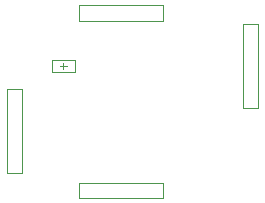
<source format=gbr>
G04*
G04 #@! TF.GenerationSoftware,Altium Limited,Altium Designer,24.9.1 (31)*
G04*
G04 Layer_Color=8388736*
%FSLAX25Y25*%
%MOIN*%
G70*
G04*
G04 #@! TF.SameCoordinates,AE1E5416-9686-4E21-8CD7-455353439681*
G04*
G04*
G04 #@! TF.FilePolarity,Positive*
G04*
G01*
G75*
%ADD16C,0.00394*%
%ADD73C,0.00197*%
D16*
X36063Y107185D02*
Y109350D01*
X34980Y108268D02*
X37146D01*
D73*
X17126Y72638D02*
Y100591D01*
X22244D01*
Y72638D02*
Y100591D01*
X17126Y72638D02*
X22244D01*
X95866Y94291D02*
Y122244D01*
X100984D01*
Y94291D02*
Y122244D01*
X95866Y94291D02*
X100984D01*
X69095Y123425D02*
Y128543D01*
X41142D02*
X69095D01*
X41142Y123425D02*
Y128543D01*
Y123425D02*
X69095D01*
X41142Y64370D02*
X69095D01*
X41142D02*
Y69488D01*
X69095D01*
Y64370D02*
Y69488D01*
X32323Y106299D02*
X39803D01*
X32323Y110236D02*
X39803D01*
Y106299D02*
Y110236D01*
X32323Y106299D02*
Y110236D01*
M02*

</source>
